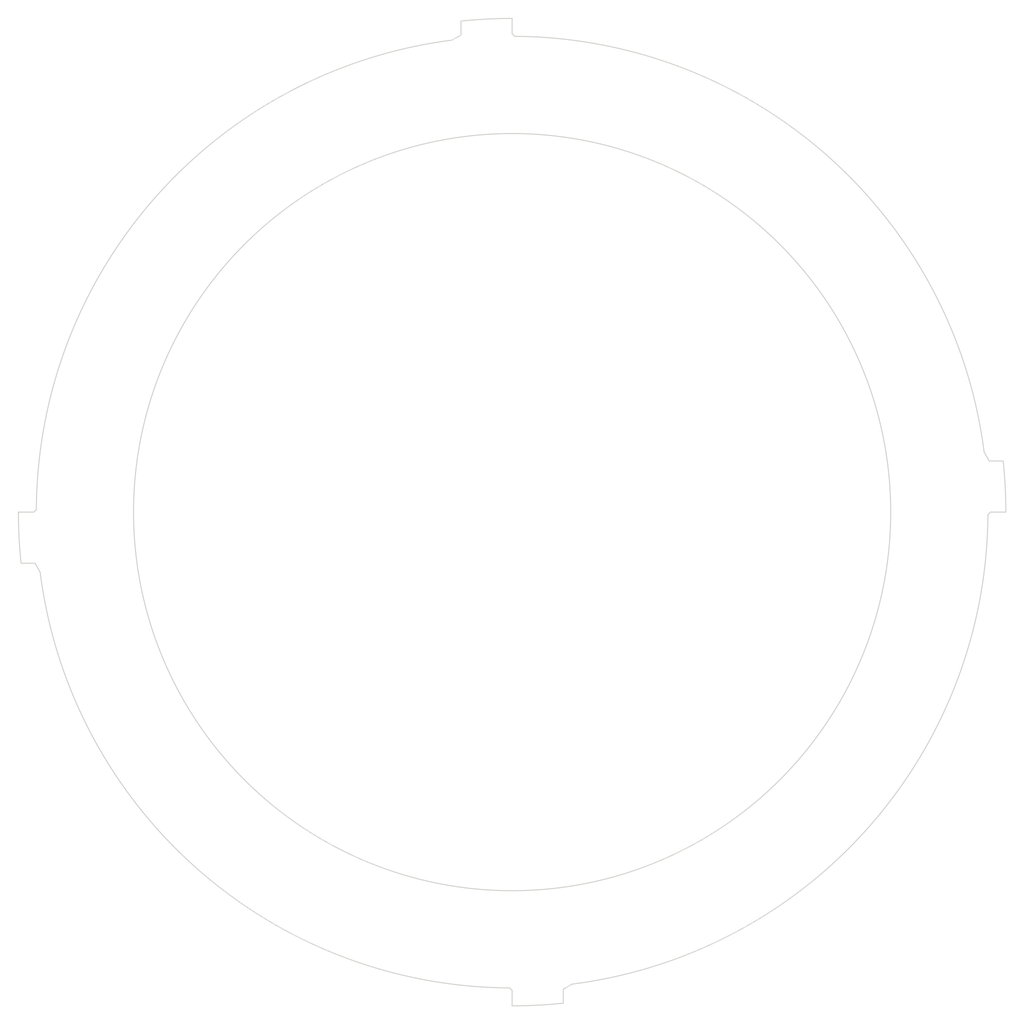
<source format=kicad_pcb>
(kicad_pcb (version 20211014) (generator pcbnew)

  (general
    (thickness 1.59)
  )

  (paper "A4")
  (title_block
    (title "ESR_RAIL")
    (date "2022-06-24")
    (rev "v_0.9")
  )

  (layers
    (0 "F.Cu" signal)
    (1 "In1.Cu" signal)
    (2 "In2.Cu" signal)
    (31 "B.Cu" signal)
    (32 "B.Adhes" user "B.Adhesive")
    (33 "F.Adhes" user "F.Adhesive")
    (34 "B.Paste" user)
    (35 "F.Paste" user)
    (36 "B.SilkS" user "B.Silkscreen")
    (37 "F.SilkS" user "F.Silkscreen")
    (38 "B.Mask" user)
    (39 "F.Mask" user)
    (40 "Dwgs.User" user "User.Drawings")
    (41 "Cmts.User" user "User.Comments")
    (42 "Eco1.User" user "User.Eco1")
    (43 "Eco2.User" user "User.Eco2")
    (44 "Edge.Cuts" user)
    (45 "Margin" user)
    (46 "B.CrtYd" user "B.Courtyard")
    (47 "F.CrtYd" user "F.Courtyard")
    (48 "B.Fab" user)
    (49 "F.Fab" user)
  )

  (setup
    (stackup
      (layer "F.SilkS" (type "Top Silk Screen") (color "White"))
      (layer "F.Paste" (type "Top Solder Paste"))
      (layer "F.Mask" (type "Top Solder Mask") (color "Green") (thickness 0.01))
      (layer "F.Cu" (type "copper") (thickness 0.035))
      (layer "dielectric 1" (type "prepreg") (thickness 0.2) (material "PP") (epsilon_r 4.6) (loss_tangent 0.02))
      (layer "In1.Cu" (type "copper") (thickness 0.0175))
      (layer "dielectric 2" (type "core") (thickness 1.065) (material "FR4") (epsilon_r 4.5) (loss_tangent 0.02))
      (layer "In2.Cu" (type "copper") (thickness 0.0175))
      (layer "dielectric 3" (type "prepreg") (thickness 0.2) (material "PP") (epsilon_r 4.6) (loss_tangent 0.02))
      (layer "B.Cu" (type "copper") (thickness 0.035))
      (layer "B.Mask" (type "Bottom Solder Mask") (color "Green") (thickness 0.01))
      (layer "B.Paste" (type "Bottom Solder Paste"))
      (layer "B.SilkS" (type "Bottom Silk Screen") (color "White"))
      (copper_finish "None")
      (dielectric_constraints no)
    )
    (pad_to_mask_clearance 0)
    (aux_axis_origin 100 100)
    (grid_origin 100 100)
    (pcbplotparams
      (layerselection 0x00010fc_ffffffff)
      (disableapertmacros false)
      (usegerberextensions false)
      (usegerberattributes true)
      (usegerberadvancedattributes true)
      (creategerberjobfile true)
      (svguseinch false)
      (svgprecision 6)
      (excludeedgelayer true)
      (plotframeref false)
      (viasonmask false)
      (mode 1)
      (useauxorigin false)
      (hpglpennumber 1)
      (hpglpenspeed 20)
      (hpglpendiameter 15.000000)
      (dxfpolygonmode true)
      (dxfimperialunits true)
      (dxfusepcbnewfont true)
      (psnegative false)
      (psa4output false)
      (plotreference true)
      (plotvalue true)
      (plotinvisibletext false)
      (sketchpadsonfab false)
      (subtractmaskfromsilk false)
      (outputformat 1)
      (mirror false)
      (drillshape 1)
      (scaleselection 1)
      (outputdirectory "")
    )
  )

  (net 0 "")

  (gr_line (start 99.75 100) (end 100.25 100) (layer "Dwgs.User") (width 0.1) (tstamp 070ade29-199e-4047-a620-52287f17b925))
  (gr_rect (start 135 95) (end 136 105) (layer "Dwgs.User") (width 0.1) (fill none) (tstamp 0e58f761-fb70-43a6-abb4-4f5ce118331b))
  (gr_rect (start 147 95) (end 148 105) (layer "Dwgs.User") (width 0.1) (fill none) (tstamp 3b7442d6-f456-4e90-bf0e-a21d84ffdb22))
  (gr_line (start 100 100.25) (end 100 99.75) (layer "Dwgs.User") (width 0.1) (tstamp 7f213c28-6996-4de3-8f35-f2db07393249))
  (gr_line (start 139 99.5) (end 139 100.5) (layer "Dwgs.User") (width 0.1) (tstamp 87b677f7-f8f4-4816-bd43-baf07c3c0345))
  (gr_line (start 141.5 99.5) (end 141.5 100.5) (layer "Dwgs.User") (width 0.1) (tstamp a990fcac-0e56-4001-bf02-ca287486e2ca))
  (gr_circle (center 100 100) (end 148.5 100) (layer "Dwgs.User") (width 0.1) (fill none) (tstamp b8db710a-3991-44f9-b3de-af9ab56b79df))
  (gr_circle (center 100 100) (end 135 100) (layer "Dwgs.User") (width 0.1) (fill none) (tstamp c9940ef6-8539-45dd-9a7e-6011682932fa))
  (gr_line (start 143.5 99.5) (end 143.5 100.5) (layer "Dwgs.User") (width 0.15) (tstamp cbf2932c-bd2a-435a-bf10-af57a284d975))
  (gr_line (start 139.5 100) (end 143.5 100) (layer "Dwgs.User") (width 0.15) (tstamp ce9a3d3a-aecd-4553-878c-1a3ca7cd3ccb))
  (gr_circle (center 100 100) (end 133.5 100) (layer "Dwgs.User") (width 0.1) (fill none) (tstamp dcdf194d-93fb-469b-8c7b-7da1f8586bb9))
  (gr_circle (center 100 100) (end 150 100) (layer "Dwgs.User") (width 0.1) (fill none) (tstamp e042cc9c-ea83-45ff-8aa1-dc8058aa2af2))
  (gr_line (start 139.5 99.5) (end 139.5 100.5) (layer "Dwgs.User") (width 0.15) (tstamp e08d233b-f236-4b33-afbe-30e73b34f3f7))
  (gr_line (start 144 99.5) (end 144 100.5) (layer "Dwgs.User") (width 0.1) (tstamp e4f91df3-c435-4516-869d-4d78c196ebe9))
  (gr_line (start 100 53.25) (end 100 51.75) (layer "Edge.Cuts") (width 0.1) (tstamp 07a371d2-f44a-4c3c-a6a7-8e176bd91af7))
  (gr_line (start 100.25 53.5) (end 100 53.25) (layer "Edge.Cuts") (width 0.1) (tstamp 0c55fe63-5e59-4c93-8eb0-6409a2c0da15))
  (gr_arc (start 100.249996 53.500672) (mid 130.826809 65.186815) (end 146.127333 94.124703) (layer "Edge.Cuts") (width 0.1) (tstamp 14732c13-c57d-4c18-92ee-a6ba448d0b3e))
  (gr_line (start 52.009663 104.998994) (end 53.375 105) (layer "Edge.Cuts") (width 0.1) (tstamp 1e0b4149-2389-40e9-af18-19c712d5b905))
  (gr_arc (start 95.001006 52.009663) (mid 97.497133 51.81496) (end 100 51.750001) (layer "Edge.Cuts") (width 0.1) (tstamp 25e4fc39-7926-44ed-b9f1-ffd14a975e1b))
  (gr_line (start 99.75 146.5) (end 100 146.75) (layer "Edge.Cuts") (width 0.1) (tstamp 3071fc8f-dd6a-47c9-a1d9-b4b3f121390d))
  (gr_line (start 147.990337 95.001006) (end 146.625 95) (layer "Edge.Cuts") (width 0.1) (tstamp 3d0f3c9a-6d6d-4488-a7e3-09bab6416c30))
  (gr_line (start 53.25 100) (end 51.75 100) (layer "Edge.Cuts") (width 0.1) (tstamp 48363881-4bdf-4d09-bfd7-9df59906915a))
  (gr_arc (start 99.750004 146.499328) (mid 69.173191 134.813185) (end 53.872667 105.875297) (layer "Edge.Cuts") (width 0.1) (tstamp 517d20a4-4c88-4027-94b5-754972966a0a))
  (gr_arc (start 52.009663 104.998994) (mid 51.81496 102.502867) (end 51.750001 100) (layer "Edge.Cuts") (width 0.1) (tstamp 72696ce7-9293-4fd0-9d2e-b84e23e65480))
  (gr_line (start 100 146.75) (end 100 148.25) (layer "Edge.Cuts") (width 0.1) (tstamp 74acae2d-3925-4c03-8e43-6c348871a1cb))
  (gr_line (start 105 146.625) (end 105.875297 146.127333) (layer "Edge.Cuts") (width 0.1) (tstamp 7f70803b-c69f-4ce4-aaa2-4273431cf19b))
  (gr_line (start 146.625 95) (end 146.127333 94.124703) (layer "Edge.Cuts") (width 0.1) (tstamp 83dc8b6e-c786-436e-9ec0-2ca82bc97963))
  (gr_line (start 146.75 100) (end 148.25 100) (layer "Edge.Cuts") (width 0.1) (tstamp 89ba7974-89e8-4c57-a95a-39b4b5bc94cd))
  (gr_arc (start 147.990337 95.001006) (mid 148.18504 97.497133) (end 148.249999 100) (layer "Edge.Cuts") (width 0.1) (tstamp 93941ac6-bf49-47a1-a8e6-9af3e601a555))
  (gr_circle (center 100 100) (end 137 100) (layer "Edge.Cuts") (width 0.1) (fill none) (tstamp 9e28a291-6bab-4e15-851d-604429258360))
  (gr_arc (start 104.998994 147.990337) (mid 102.502867 148.18504) (end 100 148.249999) (layer "Edge.Cuts") (width 0.1) (tstamp 9f73e721-d66d-4c94-9970-104f6d02b5a9))
  (gr_line (start 95.001006 52.009663) (end 95 53.375) (layer "Edge.Cuts") (width 0.1) (tstamp a4526f68-055b-4925-843c-435eeb6740f5))
  (gr_arc (start 53.500672 99.750004) (mid 65.186815 69.173191) (end 94.124703 53.872667) (layer "Edge.Cuts") (width 0.1) (tstamp a4681d42-f036-468e-96f1-f7b2e450f59a))
  (gr_line (start 104.998994 147.990337) (end 105 146.625) (layer "Edge.Cuts") (width 0.1) (tstamp ae5dc2ce-c2f0-41b0-8403-2410014d2e5d))
  (gr_line (start 95 53.375) (end 94.124703 53.872667) (layer "Edge.Cuts") (width 0.1) (tstamp c4b1316b-2810-478f-b0fe-88f74c905fd1))
  (gr_line (start 53.5 99.75) (end 53.25 100) (layer "Edge.Cuts") (width 0.1) (tstamp e5a0770a-1203-4ea1-9001-1b71fbc263ce))
  (gr_line (start 53.375 105) (end 53.872667 105.875297) (layer "Edge.Cuts") (width 0.1) (tstamp f87b0e95-5ffb-492c-baad-8ac11d7f4039))
  (gr_arc (start 146.499328 100.249996) (mid 134.813185 130.826809) (end 105.875297 146.127333) (layer "Edge.Cuts") (width 0.1) (tstamp ff57b095-d3da-4cad-b956-62790621bb54))
  (gr_line (start 146.5 100.25) (end 146.75 100) (layer "Edge.Cuts") (width 0.1) (tstamp ffb053d6-f327-4a50-a47b-e839ae55a79c))

)

</source>
